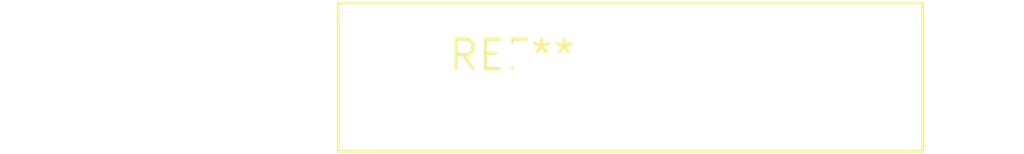
<source format=kicad_pcb>
(kicad_pcb (version 20240108) (generator pcbnew)
  (layers (0 "F.Cu" signal) (31 "B.Cu" signal) (34 "B.Paste" user) (35 "F.Paste" user) (36 "B.SilkS" user "B.Silkscreen") (37 "F.SilkS" user "F.Silkscreen") (38 "B.Mask" user) (39 "F.Mask" user) (44 "Edge.Cuts" user))
  (net 0 "")
  (footprint "Fuse_BelFuse_0ZRE0200FF_L24.9mm_W6.1mm" (layer "F.Cu") (at 0 0)
    (property "Reference" "REF**")
    (property "Value" "Fuse_BelFuse_0ZRE0200FF_L24.9mm_W6.1mm")
    (fp_line (start -7.5 -2.25) (end -7.5 4.15) (layer "F.SilkS") (stroke (width 0.12)))
    (fp_line (start -7.5 -2.25) (end 17.7 -2.25) (layer "F.SilkS") (stroke (width 0.12)))
    (fp_line (start -7.5 4.15) (end 17.7 4.15) (layer "F.SilkS") (stroke (width 0.12)))
    (fp_line (start 17.7 -2.25) (end 17.7 4.15) (layer "F.SilkS") (stroke (width 0.12)))
    (pad "1" thru_hole circle (at 0 0) (size 1.56 1.56) (drill 1.01) (layers *.Cu *.Mask) (remove_unused_layers))
    (pad "2" thru_hole circle (at 10.2 1.9) (size 1.56 1.56) (drill 1.01) (layers *.Cu *.Mask) (remove_unused_layers))
  )
)
</source>
